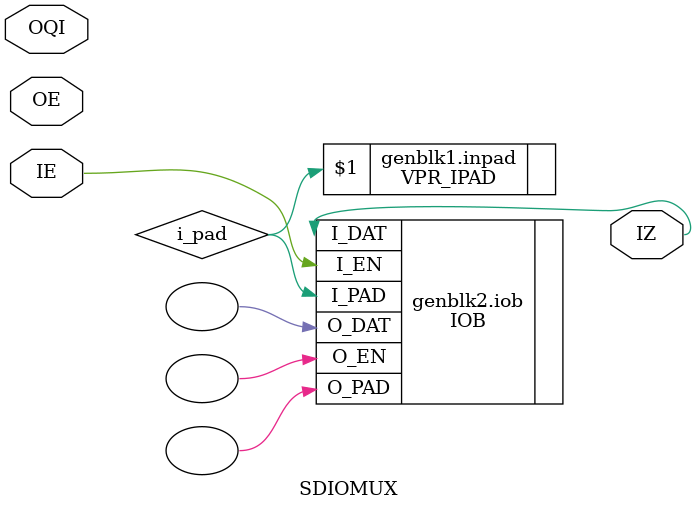
<source format=v>
`include "../vpr_pad/vpr_ipad.sim.v"
`include "../vpr_pad/vpr_opad.sim.v"
`include "../iob/iob.sim.v"

(* MODES="INPUT;OUTPUT;INOUT" *)
module SDIOMUX(
    input  wire IE,
    input  wire OQI,
    input  wire OE,
    output wire IZ
);

    parameter MODE = "INPUT";

    (* pack="IPAD_TO_IBUF" *)
    wire i_pad;

    (* pack="OBUF_TO_OPAD" *)
    wire o_pad;

    // Input or inout mode
    generate if (MODE == "INPUT" || MODE == "INOUT") begin

        (* keep *)
        VPR_IPAD inpad(i_pad);

    // Output or inout mode
    end else if (MODE == "OUTPUT" || MODE == "INOUT") begin

        (* keep *)
        VPR_OPAD outpad(o_pad);

    end endgenerate


    // IO buffer
    generate if (MODE == "INPUT") begin

        (* keep *)
        IOB iob(
            .I_PAD(i_pad),
            .I_DAT(IZ),
            .I_EN (IE),
            .O_PAD(),
            .O_DAT(),
            .O_EN ()
        );

    end else if (MODE == "OUTPUT") begin
    
        (* keep *)
        IOB iob(
            .I_PAD(),
            .I_DAT(),
            .I_EN (),
            .O_PAD(o_pad),
            .O_DAT(OQI),
            .O_EN (OE)
        );

    end else if (MODE == "INOUT") begin
    
        (* keep *)
        IOB iob(
            .I_PAD(i_pad),
            .I_DAT(IZ),
            .I_EN (IE),
            .O_PAD(o_pad),
            .O_DAT(OQI),
            .O_EN (OE)
        );

    end endgenerate

endmodule

</source>
